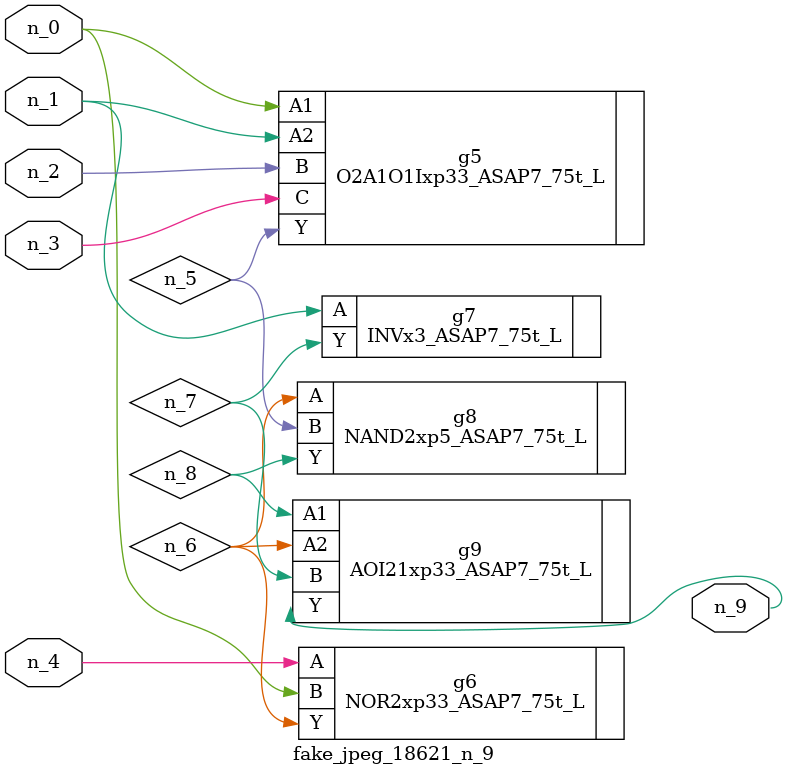
<source format=v>
module fake_jpeg_18621_n_9 (n_3, n_2, n_1, n_0, n_4, n_9);

input n_3;
input n_2;
input n_1;
input n_0;
input n_4;

output n_9;

wire n_8;
wire n_6;
wire n_5;
wire n_7;

O2A1O1Ixp33_ASAP7_75t_L g5 ( 
.A1(n_0),
.A2(n_1),
.B(n_2),
.C(n_3),
.Y(n_5)
);

NOR2xp33_ASAP7_75t_L g6 ( 
.A(n_4),
.B(n_0),
.Y(n_6)
);

INVx3_ASAP7_75t_L g7 ( 
.A(n_1),
.Y(n_7)
);

NAND2xp5_ASAP7_75t_L g8 ( 
.A(n_6),
.B(n_5),
.Y(n_8)
);

AOI21xp33_ASAP7_75t_L g9 ( 
.A1(n_8),
.A2(n_6),
.B(n_7),
.Y(n_9)
);


endmodule
</source>
